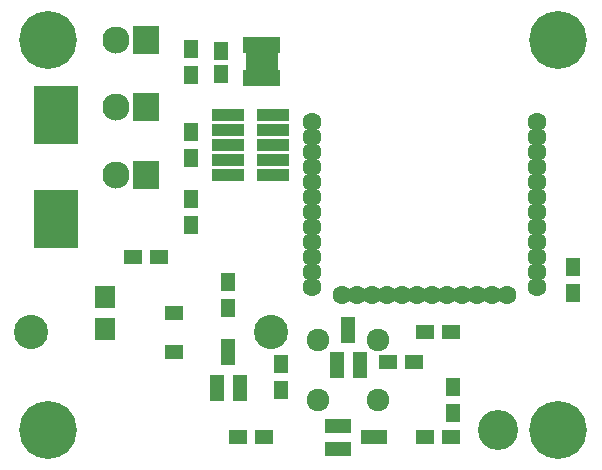
<source format=gts>
%TF.GenerationSoftware,KiCad,Pcbnew,4.0.3+e1-6302~38~ubuntu16.04.1-stable*%
%TF.CreationDate,2016-08-30T13:53:10+01:00*%
%TF.ProjectId,igrow-101,6967726F772D3130312E6B696361645F,101*%
%TF.FileFunction,Soldermask,Top*%
%FSLAX46Y46*%
G04 Gerber Fmt 4.6, Leading zero omitted, Abs format (unit mm)*
G04 Created by KiCad (PCBNEW 4.0.3+e1-6302~38~ubuntu16.04.1-stable) date Tue Aug 30 13:53:10 2016*
%MOMM*%
%LPD*%
G01*
G04 APERTURE LIST*
%ADD10C,0.100000*%
%ADD11R,1.150000X1.600000*%
%ADD12R,3.699460X4.900880*%
%ADD13R,3.699460X4.898340*%
%ADD14R,1.300000X1.600000*%
%ADD15R,1.600000X1.300000*%
%ADD16C,1.924000*%
%ADD17R,1.700000X1.900000*%
%ADD18R,2.800000X1.140000*%
%ADD19R,1.620000X1.310000*%
%ADD20R,2.300000X2.400000*%
%ADD21C,2.300000*%
%ADD22C,4.900000*%
%ADD23R,1.200100X2.200860*%
%ADD24R,2.200860X1.200100*%
%ADD25C,3.400000*%
%ADD26R,1.200000X1.400000*%
%ADD27R,2.800000X1.900000*%
%ADD28C,1.600000*%
%ADD29C,2.900000*%
G04 APERTURE END LIST*
D10*
D11*
X149225000Y-99375000D03*
X149225000Y-97475000D03*
D12*
X135255000Y-102915720D03*
D13*
X135255000Y-111714280D03*
D14*
X168910000Y-125900000D03*
X168910000Y-128100000D03*
D15*
X166540000Y-130175000D03*
X168740000Y-130175000D03*
X150665000Y-130175000D03*
X152865000Y-130175000D03*
D14*
X149860000Y-117010000D03*
X149860000Y-119210000D03*
X146685000Y-112225000D03*
X146685000Y-110025000D03*
D15*
X141775000Y-114935000D03*
X143975000Y-114935000D03*
D14*
X146685000Y-106510000D03*
X146685000Y-104310000D03*
X146685000Y-99525000D03*
X146685000Y-97325000D03*
X154305000Y-126195000D03*
X154305000Y-123995000D03*
D15*
X163365000Y-123825000D03*
X165565000Y-123825000D03*
X166540000Y-121285000D03*
X168740000Y-121285000D03*
D16*
X162560000Y-127000000D03*
X157480000Y-127000000D03*
X157480000Y-121920000D03*
X162560000Y-121920000D03*
D17*
X139446000Y-118284000D03*
X139446000Y-120984000D03*
D18*
X153670000Y-107950000D03*
X149860000Y-107950000D03*
X153670000Y-106680000D03*
X149860000Y-106680000D03*
X153670000Y-105410000D03*
X149860000Y-105410000D03*
X153670000Y-104140000D03*
X149860000Y-104140000D03*
X153670000Y-102870000D03*
X149860000Y-102870000D03*
D19*
X145288000Y-119634000D03*
X145288000Y-122910600D03*
D20*
X142875000Y-107950000D03*
D21*
X140335000Y-107950000D03*
D20*
X142875000Y-102235000D03*
D21*
X140335000Y-102235000D03*
D20*
X142875000Y-96520000D03*
D21*
X140335000Y-96520000D03*
D14*
X179070000Y-115740000D03*
X179070000Y-117940000D03*
D22*
X134620000Y-96520000D03*
X134620000Y-129540000D03*
X177800000Y-129540000D03*
X177800000Y-96520000D03*
D23*
X148910000Y-125961140D03*
X150810000Y-125961140D03*
X149860000Y-122958860D03*
X159070000Y-124056140D03*
X160970000Y-124056140D03*
X160020000Y-121053860D03*
D24*
X159153860Y-129225000D03*
X159153860Y-131125000D03*
X162156140Y-130175000D03*
D25*
X172720000Y-129540000D03*
D26*
X153670000Y-96955000D03*
X152670000Y-96955000D03*
X151670000Y-96955000D03*
X151670000Y-99755000D03*
X152670000Y-99755000D03*
X153670000Y-99755000D03*
D27*
X152670000Y-98355000D03*
D28*
X176000000Y-103500000D03*
X176000000Y-104770000D03*
X176000000Y-106040000D03*
X176000000Y-107310000D03*
X176000000Y-108580000D03*
X176000000Y-109850000D03*
X176000000Y-111120000D03*
X176000000Y-112390000D03*
X176000000Y-113660000D03*
X176000000Y-114930000D03*
X176000000Y-116200000D03*
X176000000Y-117470000D03*
X173460000Y-118105000D03*
X172190000Y-118105000D03*
X170920000Y-118105000D03*
X169650000Y-118105000D03*
X168380000Y-118105000D03*
X167110000Y-118105000D03*
X165840000Y-118105000D03*
X164570000Y-118105000D03*
X163300000Y-118105000D03*
X162030000Y-118105000D03*
X160760000Y-118105000D03*
X159490000Y-118105000D03*
X156950000Y-117470000D03*
X156950000Y-116200000D03*
X156950000Y-114930000D03*
X156950000Y-113660000D03*
X156950000Y-112390000D03*
X156950000Y-111120000D03*
X156950000Y-109850000D03*
X156950000Y-108580000D03*
X156950000Y-107310000D03*
X156950000Y-106040000D03*
X156950000Y-104770000D03*
X156950000Y-103500000D03*
D29*
X153500000Y-121250000D03*
X133180000Y-121250000D03*
M02*

</source>
